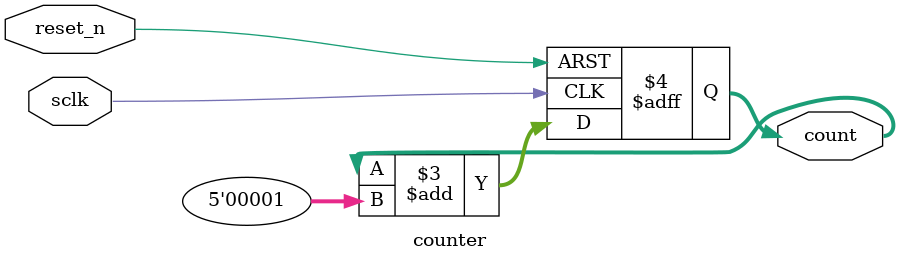
<source format=sv>
module counter(	//counts the  number of clock cycles since the last resent_n

	input logic sclk,		//25Mhz clock	
	
	input reset_n,			//active low reset count to 0
	
	output logic [4:0] count		

	);
	
	always_ff @(negedge sclk, negedge reset_n)	//count the number of negative falling edge
		begin
			if(!reset_n)			//if reset set count to 0
				count <= 5'd0;			
			else
				count <= count + 5'd1;		//else increment count
			
		end
	

endmodule

</source>
